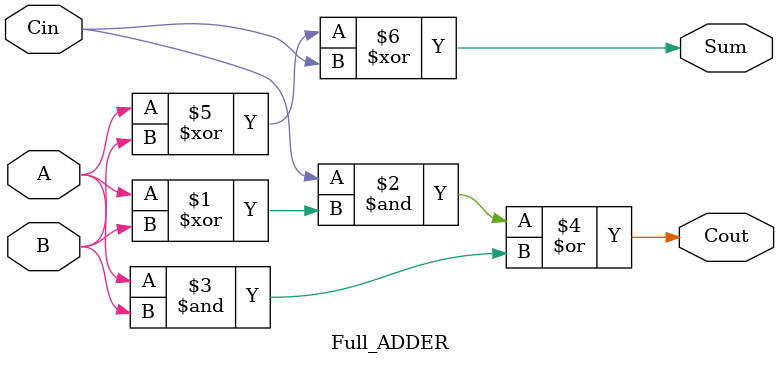
<source format=v>
`ifndef __FULL_ADDER
`define __FULL_ADDER

module Full_ADDER (
    output Cout, Sum,
    input A, B, Cin
);
    assign Cout = (Cin & (A ^ B)) | (A & B);
    assign Sum  = A ^ B ^ Cin;
endmodule

`endif
</source>
